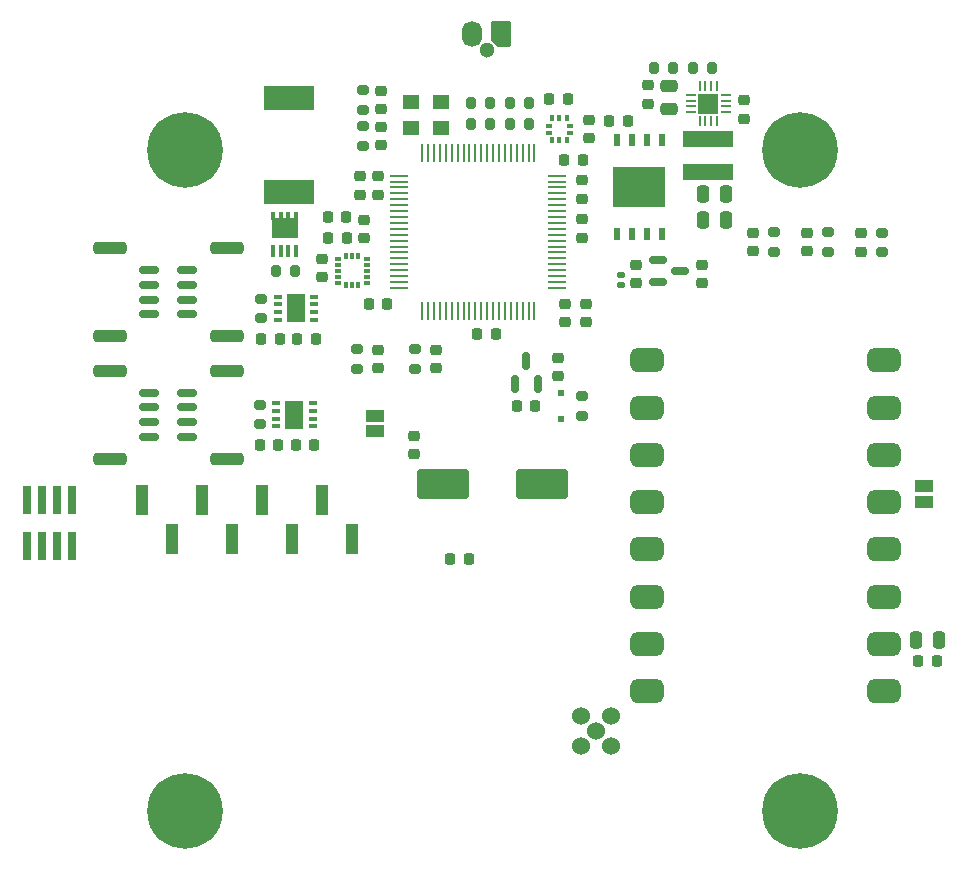
<source format=gbr>
%TF.GenerationSoftware,KiCad,Pcbnew,6.0.5-a6ca702e91~116~ubuntu20.04.1*%
%TF.CreationDate,2022-05-11T23:16:09+02:00*%
%TF.ProjectId,uHoubolt_PCB_GNSS,75486f75-626f-46c7-945f-5043425f474e,rev?*%
%TF.SameCoordinates,PX8f0d180PY5f5e100*%
%TF.FileFunction,Soldermask,Bot*%
%TF.FilePolarity,Negative*%
%FSLAX46Y46*%
G04 Gerber Fmt 4.6, Leading zero omitted, Abs format (unit mm)*
G04 Created by KiCad (PCBNEW 6.0.5-a6ca702e91~116~ubuntu20.04.1) date 2022-05-11 23:16:09*
%MOMM*%
%LPD*%
G01*
G04 APERTURE LIST*
G04 Aperture macros list*
%AMRoundRect*
0 Rectangle with rounded corners*
0 $1 Rounding radius*
0 $2 $3 $4 $5 $6 $7 $8 $9 X,Y pos of 4 corners*
0 Add a 4 corners polygon primitive as box body*
4,1,4,$2,$3,$4,$5,$6,$7,$8,$9,$2,$3,0*
0 Add four circle primitives for the rounded corners*
1,1,$1+$1,$2,$3*
1,1,$1+$1,$4,$5*
1,1,$1+$1,$6,$7*
1,1,$1+$1,$8,$9*
0 Add four rect primitives between the rounded corners*
20,1,$1+$1,$2,$3,$4,$5,0*
20,1,$1+$1,$4,$5,$6,$7,0*
20,1,$1+$1,$6,$7,$8,$9,0*
20,1,$1+$1,$8,$9,$2,$3,0*%
%AMFreePoly0*
4,1,22,0.945671,0.830970,1.026777,0.776777,1.080970,0.695671,1.100000,0.600000,1.100000,-0.600000,1.080970,-0.695671,1.026777,-0.776777,0.945671,-0.830970,0.850000,-0.850000,-0.850000,-0.850000,-0.945671,-0.830970,-1.026777,-0.776777,-1.080970,-0.695671,-1.100000,-0.600000,-1.100000,0.200000,-1.080970,0.295671,-1.026777,0.376777,-0.626777,0.776777,-0.545671,0.830970,-0.450000,0.850000,
0.850000,0.850000,0.945671,0.830970,0.945671,0.830970,$1*%
G04 Aperture macros list end*
%ADD10C,0.800000*%
%ADD11C,6.400000*%
%ADD12RoundRect,0.087500X0.187500X0.087500X-0.187500X0.087500X-0.187500X-0.087500X0.187500X-0.087500X0*%
%ADD13RoundRect,0.087500X0.087500X0.187500X-0.087500X0.187500X-0.087500X-0.187500X0.087500X-0.187500X0*%
%ADD14RoundRect,0.250000X-0.250000X-0.475000X0.250000X-0.475000X0.250000X0.475000X-0.250000X0.475000X0*%
%ADD15RoundRect,0.225000X-0.250000X0.225000X-0.250000X-0.225000X0.250000X-0.225000X0.250000X0.225000X0*%
%ADD16R,0.740000X2.400000*%
%ADD17RoundRect,0.150000X-0.700000X0.150000X-0.700000X-0.150000X0.700000X-0.150000X0.700000X0.150000X0*%
%ADD18RoundRect,0.250000X-1.150000X0.250000X-1.150000X-0.250000X1.150000X-0.250000X1.150000X0.250000X0*%
%ADD19RoundRect,0.225000X0.225000X0.250000X-0.225000X0.250000X-0.225000X-0.250000X0.225000X-0.250000X0*%
%ADD20RoundRect,0.218750X0.256250X-0.218750X0.256250X0.218750X-0.256250X0.218750X-0.256250X-0.218750X0*%
%ADD21RoundRect,0.150000X0.700000X-0.150000X0.700000X0.150000X-0.700000X0.150000X-0.700000X-0.150000X0*%
%ADD22RoundRect,0.250000X1.150000X-0.250000X1.150000X0.250000X-1.150000X0.250000X-1.150000X-0.250000X0*%
%ADD23RoundRect,0.225000X-0.225000X-0.250000X0.225000X-0.250000X0.225000X0.250000X-0.225000X0.250000X0*%
%ADD24R,1.400000X1.200000*%
%ADD25RoundRect,0.150000X-0.587500X-0.150000X0.587500X-0.150000X0.587500X0.150000X-0.587500X0.150000X0*%
%ADD26RoundRect,0.250000X1.950000X1.000000X-1.950000X1.000000X-1.950000X-1.000000X1.950000X-1.000000X0*%
%ADD27R,0.500000X1.000000*%
%ADD28R,4.500000X3.500000*%
%ADD29RoundRect,0.200000X-0.275000X0.200000X-0.275000X-0.200000X0.275000X-0.200000X0.275000X0.200000X0*%
%ADD30RoundRect,0.062500X-0.062500X0.675000X-0.062500X-0.675000X0.062500X-0.675000X0.062500X0.675000X0*%
%ADD31RoundRect,0.062500X-0.675000X0.062500X-0.675000X-0.062500X0.675000X-0.062500X0.675000X0.062500X0*%
%ADD32R,4.200000X2.000000*%
%ADD33RoundRect,0.100000X-0.250000X0.150000X-0.250000X-0.150000X0.250000X-0.150000X0.250000X0.150000X0*%
%ADD34RoundRect,0.225000X0.250000X-0.225000X0.250000X0.225000X-0.250000X0.225000X-0.250000X-0.225000X0*%
%ADD35RoundRect,0.200000X0.200000X0.275000X-0.200000X0.275000X-0.200000X-0.275000X0.200000X-0.275000X0*%
%ADD36R,1.500000X1.000000*%
%ADD37RoundRect,0.062500X-0.325000X-0.062500X0.325000X-0.062500X0.325000X0.062500X-0.325000X0.062500X0*%
%ADD38RoundRect,0.062500X-0.062500X-0.325000X0.062500X-0.325000X0.062500X0.325000X-0.062500X0.325000X0*%
%ADD39R,1.750000X1.750000*%
%ADD40R,4.200000X1.400000*%
%ADD41C,1.300000*%
%ADD42FreePoly0,90.000000*%
%ADD43O,1.700000X2.200000*%
%ADD44R,0.500000X0.500000*%
%ADD45RoundRect,0.150000X0.150000X-0.587500X0.150000X0.587500X-0.150000X0.587500X-0.150000X-0.587500X0*%
%ADD46R,1.000000X2.510000*%
%ADD47RoundRect,0.250000X-0.475000X0.250000X-0.475000X-0.250000X0.475000X-0.250000X0.475000X0.250000X0*%
%ADD48R,0.405000X0.990000*%
%ADD49R,0.405000X0.760000*%
%ADD50R,2.245000X1.725000*%
%ADD51R,0.650000X0.350000*%
%ADD52R,1.550000X2.400000*%
%ADD53RoundRect,0.100000X0.175000X0.100000X-0.175000X0.100000X-0.175000X-0.100000X0.175000X-0.100000X0*%
%ADD54RoundRect,0.100000X0.100000X0.175000X-0.100000X0.175000X-0.100000X-0.175000X0.100000X-0.175000X0*%
%ADD55RoundRect,0.200000X0.275000X-0.200000X0.275000X0.200000X-0.275000X0.200000X-0.275000X-0.200000X0*%
%ADD56RoundRect,0.500000X0.900000X-0.500000X0.900000X0.500000X-0.900000X0.500000X-0.900000X-0.500000X0*%
%ADD57C,1.524000*%
%ADD58RoundRect,0.200000X-0.200000X-0.275000X0.200000X-0.275000X0.200000X0.275000X-0.200000X0.275000X0*%
G04 APERTURE END LIST*
D10*
%TO.C,H1*%
X23600000Y28000000D03*
X24302944Y29697056D03*
X26000000Y30400000D03*
D11*
X26000000Y28000000D03*
D10*
X28400000Y28000000D03*
X24302944Y26302944D03*
X27697056Y29697056D03*
X27697056Y26302944D03*
X26000000Y25600000D03*
%TD*%
%TO.C,H2*%
X-24302944Y29697056D03*
X-23600000Y28000000D03*
X-26000000Y25600000D03*
X-28400000Y28000000D03*
X-27697056Y29697056D03*
D11*
X-26000000Y28000000D03*
D10*
X-26000000Y30400000D03*
X-27697056Y26302944D03*
X-24302944Y26302944D03*
%TD*%
%TO.C,H3*%
X-27697056Y-26302944D03*
X-26000000Y-25600000D03*
X-27697056Y-29697056D03*
X-24302944Y-29697056D03*
X-28400000Y-28000000D03*
X-24302944Y-26302944D03*
X-26000000Y-30400000D03*
X-23600000Y-28000000D03*
D11*
X-26000000Y-28000000D03*
%TD*%
D10*
%TO.C,H4*%
X27697056Y-26302944D03*
D11*
X26000000Y-28000000D03*
D10*
X27697056Y-29697056D03*
X23600000Y-28000000D03*
X24302944Y-29697056D03*
X26000000Y-25600000D03*
X28400000Y-28000000D03*
X26000000Y-30400000D03*
X24302944Y-26302944D03*
%TD*%
D12*
%TO.C,U9*%
X-10637000Y18780000D03*
X-10637000Y18280000D03*
X-10637000Y17780000D03*
X-10637000Y17280000D03*
X-10637000Y16780000D03*
D13*
X-11362000Y16555000D03*
X-11862000Y16555000D03*
X-12362000Y16555000D03*
D12*
X-13087000Y16780000D03*
X-13087000Y17280000D03*
X-13087000Y17780000D03*
X-13087000Y18280000D03*
X-13087000Y18780000D03*
D13*
X-12362000Y19005000D03*
X-11862000Y19005000D03*
X-11362000Y19005000D03*
%TD*%
D14*
%TO.C,C29*%
X35880000Y-13462000D03*
X37780000Y-13462000D03*
%TD*%
D15*
%TO.C,C12*%
X5588000Y10427000D03*
X5588000Y8877000D03*
%TD*%
D16*
%TO.C,J3*%
X-39370000Y-1606000D03*
X-39370000Y-5506000D03*
X-38100000Y-1606000D03*
X-38100000Y-5506000D03*
X-36830000Y-1606000D03*
X-36830000Y-5506000D03*
X-35560000Y-1606000D03*
X-35560000Y-5506000D03*
%TD*%
D15*
%TO.C,C2*%
X7620000Y25426000D03*
X7620000Y23876000D03*
%TD*%
D17*
%TO.C,J6*%
X-29038000Y7463000D03*
X-29038000Y6213000D03*
X-29038000Y4963000D03*
X-29038000Y3713000D03*
D18*
X-32388000Y1863000D03*
X-32388000Y9313000D03*
%TD*%
D19*
%TO.C,C7*%
X267000Y12446000D03*
X-1283000Y12446000D03*
%TD*%
D20*
%TO.C,D5*%
X22098000Y19424250D03*
X22098000Y20999250D03*
%TD*%
D21*
%TO.C,J7*%
X-25826000Y14083283D03*
X-25826000Y15333283D03*
X-25826000Y16583283D03*
X-25826000Y17833283D03*
D22*
X-22476000Y19683283D03*
X-22476000Y12233283D03*
%TD*%
D23*
%TO.C,C27*%
X-13907000Y22339000D03*
X-12357000Y22339000D03*
%TD*%
D15*
%TO.C,C3*%
X7950000Y14999000D03*
X7950000Y13449000D03*
%TD*%
D24*
%TO.C,X1*%
X-6858000Y32088000D03*
X-4318000Y32088000D03*
X-4318000Y29888000D03*
X-6858000Y29888000D03*
%TD*%
D25*
%TO.C,U8*%
X14048500Y16830000D03*
X14048500Y18730000D03*
X15923500Y17780000D03*
%TD*%
D26*
%TO.C,SuperCap1*%
X4200000Y-254000D03*
X-4200000Y-254000D03*
%TD*%
D27*
%TO.C,U3*%
X14351000Y20892000D03*
X13081000Y20892000D03*
X11811000Y20892000D03*
X10541000Y20892000D03*
X10541000Y28892000D03*
X11811000Y28892000D03*
X13081000Y28892000D03*
X14351000Y28892000D03*
D28*
X12446000Y24892000D03*
%TD*%
D29*
%TO.C,R9*%
X7620000Y7175000D03*
X7620000Y5525000D03*
%TD*%
D19*
%TO.C,C9*%
X-8890000Y14986000D03*
X-10440000Y14986000D03*
%TD*%
D29*
%TO.C,R11*%
X-19558000Y15395000D03*
X-19558000Y13745000D03*
%TD*%
D19*
%TO.C,C11*%
X7633000Y27178000D03*
X6083000Y27178000D03*
%TD*%
D30*
%TO.C,U2*%
X-5944000Y27769500D03*
X-5444000Y27769500D03*
X-4944000Y27769500D03*
X-4444000Y27769500D03*
X-3944000Y27769500D03*
X-3444000Y27769500D03*
X-2944000Y27769500D03*
X-2444000Y27769500D03*
X-1944000Y27769500D03*
X-1444000Y27769500D03*
X-944000Y27769500D03*
X-444000Y27769500D03*
X56000Y27769500D03*
X556000Y27769500D03*
X1056000Y27769500D03*
X1556000Y27769500D03*
X2056000Y27769500D03*
X2556000Y27769500D03*
X3056000Y27769500D03*
X3556000Y27769500D03*
D31*
X5493500Y25832000D03*
X5493500Y25332000D03*
X5493500Y24832000D03*
X5493500Y24332000D03*
X5493500Y23832000D03*
X5493500Y23332000D03*
X5493500Y22832000D03*
X5493500Y22332000D03*
X5493500Y21832000D03*
X5493500Y21332000D03*
X5493500Y20832000D03*
X5493500Y20332000D03*
X5493500Y19832000D03*
X5493500Y19332000D03*
X5493500Y18832000D03*
X5493500Y18332000D03*
X5493500Y17832000D03*
X5493500Y17332000D03*
X5493500Y16832000D03*
X5493500Y16332000D03*
D30*
X3556000Y14394500D03*
X3056000Y14394500D03*
X2556000Y14394500D03*
X2056000Y14394500D03*
X1556000Y14394500D03*
X1056000Y14394500D03*
X556000Y14394500D03*
X56000Y14394500D03*
X-444000Y14394500D03*
X-944000Y14394500D03*
X-1444000Y14394500D03*
X-1944000Y14394500D03*
X-2444000Y14394500D03*
X-2944000Y14394500D03*
X-3444000Y14394500D03*
X-3944000Y14394500D03*
X-4444000Y14394500D03*
X-4944000Y14394500D03*
X-5444000Y14394500D03*
X-5944000Y14394500D03*
D31*
X-7881500Y16332000D03*
X-7881500Y16832000D03*
X-7881500Y17332000D03*
X-7881500Y17832000D03*
X-7881500Y18332000D03*
X-7881500Y18832000D03*
X-7881500Y19332000D03*
X-7881500Y19832000D03*
X-7881500Y20332000D03*
X-7881500Y20832000D03*
X-7881500Y21332000D03*
X-7881500Y21832000D03*
X-7881500Y22332000D03*
X-7881500Y22832000D03*
X-7881500Y23332000D03*
X-7881500Y23832000D03*
X-7881500Y24332000D03*
X-7881500Y24832000D03*
X-7881500Y25332000D03*
X-7881500Y25832000D03*
%TD*%
D15*
%TO.C,C34*%
X8140000Y30585000D03*
X8140000Y29035000D03*
%TD*%
D17*
%TO.C,J5*%
X-29038000Y17833283D03*
X-29038000Y16583283D03*
X-29038000Y15333283D03*
X-29038000Y14083283D03*
D18*
X-32388000Y19683283D03*
X-32388000Y12233283D03*
%TD*%
D29*
%TO.C,R5*%
X-10922000Y33083000D03*
X-10922000Y31433000D03*
%TD*%
D14*
%TO.C,C24*%
X17846000Y22098000D03*
X19746000Y22098000D03*
%TD*%
D32*
%TO.C,LS1*%
X-17200000Y32448000D03*
X-17200000Y24448000D03*
%TD*%
D20*
%TO.C,D1*%
X31242000Y19398750D03*
X31242000Y20973750D03*
%TD*%
D29*
%TO.C,R17*%
X23876000Y21036750D03*
X23876000Y19386750D03*
%TD*%
D33*
%TO.C,D4*%
X10922000Y17418000D03*
X10922000Y16618000D03*
%TD*%
D23*
%TO.C,C28*%
X-13894000Y20574000D03*
X-12344000Y20574000D03*
%TD*%
D19*
%TO.C,C13*%
X-18141500Y3048000D03*
X-19691500Y3048000D03*
%TD*%
D29*
%TO.C,R10*%
X-19678500Y6450569D03*
X-19678500Y4800569D03*
%TD*%
D15*
%TO.C,C19*%
X13208000Y33487000D03*
X13208000Y31937000D03*
%TD*%
D19*
%TO.C,C14*%
X-18021000Y12030000D03*
X-19571000Y12030000D03*
%TD*%
D34*
%TO.C,C1*%
X-9398000Y28435000D03*
X-9398000Y29985000D03*
%TD*%
D15*
%TO.C,C22*%
X21336000Y32217000D03*
X21336000Y30667000D03*
%TD*%
D23*
%TO.C,C30*%
X36055000Y-15240000D03*
X37605000Y-15240000D03*
%TD*%
D35*
%TO.C,R7*%
X3111000Y32004000D03*
X1461000Y32004000D03*
%TD*%
D36*
%TO.C,JP1*%
X-9906000Y5476000D03*
X-9906000Y4176000D03*
%TD*%
D34*
%TO.C,C5*%
X-9700000Y24225000D03*
X-9700000Y25775000D03*
%TD*%
D37*
%TO.C,U7*%
X16825500Y31192500D03*
X16825500Y31692500D03*
X16825500Y32192500D03*
X16825500Y32692500D03*
D38*
X17538000Y33405000D03*
X18038000Y33405000D03*
X18538000Y33405000D03*
X19038000Y33405000D03*
D37*
X19750500Y32692500D03*
X19750500Y32192500D03*
X19750500Y31692500D03*
X19750500Y31192500D03*
D38*
X19038000Y30480000D03*
X18538000Y30480000D03*
X18038000Y30480000D03*
X17538000Y30480000D03*
D39*
X18288000Y31942500D03*
%TD*%
D35*
%TO.C,R12*%
X18605000Y34922500D03*
X16955000Y34922500D03*
%TD*%
D40*
%TO.C,L1*%
X18288000Y28962000D03*
X18288000Y26162000D03*
%TD*%
D41*
%TO.C,J1*%
X-488000Y36506000D03*
D42*
X762000Y37846000D03*
D43*
X-1738000Y37846000D03*
%TD*%
D21*
%TO.C,J4*%
X-25826000Y3713000D03*
X-25826000Y4963000D03*
X-25826000Y6213000D03*
X-25826000Y7463000D03*
D22*
X-22476000Y1863000D03*
X-22476000Y9313000D03*
%TD*%
D23*
%TO.C,C21*%
X-3569000Y-6604000D03*
X-2019000Y-6604000D03*
%TD*%
D36*
%TO.C,JP2*%
X36576000Y-478000D03*
X36576000Y-1778000D03*
%TD*%
D20*
%TO.C,LED2*%
X-9652000Y9528365D03*
X-9652000Y11103365D03*
%TD*%
D29*
%TO.C,R2*%
X-6559750Y11134115D03*
X-6559750Y9484115D03*
%TD*%
D15*
%TO.C,C26*%
X12192000Y18301000D03*
X12192000Y16751000D03*
%TD*%
D19*
%TO.C,C17*%
X-14973000Y12030000D03*
X-16523000Y12030000D03*
%TD*%
D34*
%TO.C,C4*%
X7620000Y20574000D03*
X7620000Y22124000D03*
%TD*%
D19*
%TO.C,C16*%
X-15093500Y3048000D03*
X-16643500Y3048000D03*
%TD*%
D20*
%TO.C,D3*%
X26670000Y19424250D03*
X26670000Y20999250D03*
%TD*%
D19*
%TO.C,C15*%
X3590500Y6293500D03*
X2040500Y6293500D03*
%TD*%
D44*
%TO.C,D2*%
X5842000Y7450000D03*
X5842000Y5250000D03*
%TD*%
D29*
%TO.C,R3*%
X-11430000Y11140865D03*
X-11430000Y9490865D03*
%TD*%
%TO.C,R6*%
X33020000Y21011250D03*
X33020000Y19361250D03*
%TD*%
D15*
%TO.C,C25*%
X17780000Y18301000D03*
X17780000Y16751000D03*
%TD*%
D45*
%TO.C,U4*%
X3831500Y8228500D03*
X1931500Y8228500D03*
X2881500Y10103500D03*
%TD*%
D14*
%TO.C,C23*%
X17846000Y24308500D03*
X19746000Y24308500D03*
%TD*%
D46*
%TO.C,J2*%
X-11910000Y-4957000D03*
X-14450000Y-1647000D03*
X-16990000Y-4957000D03*
X-19530000Y-1647000D03*
X-22070000Y-4957000D03*
X-24610000Y-1647000D03*
X-27150000Y-4957000D03*
X-29690000Y-1647000D03*
%TD*%
D34*
%TO.C,C31*%
X-10833000Y20561000D03*
X-10833000Y22111000D03*
%TD*%
D47*
%TO.C,C18*%
X14986000Y33408000D03*
X14986000Y31508000D03*
%TD*%
D48*
%TO.C,Q1*%
X-18592000Y19444000D03*
D49*
X-17932000Y22429000D03*
X-16612000Y22429000D03*
X-17272000Y22429000D03*
D50*
X-17602000Y21436500D03*
D49*
X-18592000Y22429000D03*
D48*
X-16612000Y19444000D03*
X-17272000Y19444000D03*
X-17932000Y19444000D03*
%TD*%
D51*
%TO.C,U6*%
X-15087000Y15580000D03*
X-15087000Y14930000D03*
X-15087000Y14280000D03*
X-15087000Y13630000D03*
X-18187000Y13630000D03*
X-18187000Y14280000D03*
X-18187000Y14930000D03*
X-18187000Y15580000D03*
D52*
X-16637000Y14605000D03*
%TD*%
D15*
%TO.C,C20*%
X-6604000Y3823000D03*
X-6604000Y2273000D03*
%TD*%
D23*
%TO.C,C33*%
X4825000Y32284000D03*
X6375000Y32284000D03*
%TD*%
D35*
%TO.C,R4*%
X-16701000Y17780000D03*
X-18351000Y17780000D03*
%TD*%
D15*
%TO.C,C32*%
X-14416191Y18809000D03*
X-14416191Y17259000D03*
%TD*%
D51*
%TO.C,U5*%
X-15214000Y6563000D03*
X-15214000Y5913000D03*
X-15214000Y5263000D03*
X-15214000Y4613000D03*
X-18314000Y4613000D03*
X-18314000Y5263000D03*
X-18314000Y5913000D03*
X-18314000Y6563000D03*
D52*
X-16764000Y5588000D03*
%TD*%
D29*
%TO.C,R14*%
X28448000Y21036750D03*
X28448000Y19386750D03*
%TD*%
D53*
%TO.C,U11*%
X6604000Y30064000D03*
X6604000Y29464000D03*
D54*
X6279000Y28839000D03*
X5679000Y28839000D03*
X5079000Y28839000D03*
D53*
X4754000Y29464000D03*
X4754000Y30064000D03*
D54*
X5079000Y30689000D03*
X5679000Y30689000D03*
X6279000Y30689000D03*
%TD*%
D35*
%TO.C,R16*%
X-191000Y30226000D03*
X-1841000Y30226000D03*
%TD*%
D19*
%TO.C,C8*%
X11443000Y30480000D03*
X9893000Y30480000D03*
%TD*%
D34*
%TO.C,C35*%
X-9398000Y31483000D03*
X-9398000Y33033000D03*
%TD*%
D55*
%TO.C,R1*%
X-10922000Y28385000D03*
X-10922000Y30035000D03*
%TD*%
D56*
%TO.C,U10*%
X33114000Y-17810000D03*
X33114000Y-13810000D03*
X33114000Y-9810000D03*
X33114000Y-5810000D03*
X33114000Y-1810000D03*
X33114000Y2190000D03*
X33114000Y6190000D03*
X33114000Y10190000D03*
X13114000Y10190000D03*
X13114000Y6190000D03*
X13114000Y2190000D03*
X13114000Y-1810000D03*
X13114000Y-5810000D03*
X13114000Y-9810000D03*
X13114000Y-13810000D03*
X13114000Y-17810000D03*
%TD*%
D57*
%TO.C,J12*%
X8800000Y-21200000D03*
X7530000Y-19930000D03*
X10070000Y-19930000D03*
X10070000Y-22470000D03*
X7530000Y-22470000D03*
%TD*%
D35*
%TO.C,R8*%
X-191000Y32004000D03*
X-1841000Y32004000D03*
%TD*%
D15*
%TO.C,C6*%
X6172000Y14999000D03*
X6172000Y13449000D03*
%TD*%
D35*
%TO.C,R15*%
X3111000Y30226000D03*
X1461000Y30226000D03*
%TD*%
D34*
%TO.C,C10*%
X-11200000Y24225000D03*
X-11200000Y25775000D03*
%TD*%
D20*
%TO.C,LED1*%
X-4781750Y9521615D03*
X-4781750Y11096615D03*
%TD*%
D58*
%TO.C,R13*%
X13653000Y34922500D03*
X15303000Y34922500D03*
%TD*%
M02*

</source>
